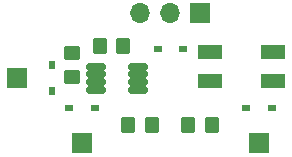
<source format=gbr>
%TF.GenerationSoftware,KiCad,Pcbnew,7.0.9*%
%TF.CreationDate,2024-02-15T17:21:18-06:00*%
%TF.ProjectId,MUX,4d55582e-6b69-4636-9164-5f7063625858,rev?*%
%TF.SameCoordinates,Original*%
%TF.FileFunction,Soldermask,Top*%
%TF.FilePolarity,Negative*%
%FSLAX46Y46*%
G04 Gerber Fmt 4.6, Leading zero omitted, Abs format (unit mm)*
G04 Created by KiCad (PCBNEW 7.0.9) date 2024-02-15 17:21:18*
%MOMM*%
%LPD*%
G01*
G04 APERTURE LIST*
G04 Aperture macros list*
%AMRoundRect*
0 Rectangle with rounded corners*
0 $1 Rounding radius*
0 $2 $3 $4 $5 $6 $7 $8 $9 X,Y pos of 4 corners*
0 Add a 4 corners polygon primitive as box body*
4,1,4,$2,$3,$4,$5,$6,$7,$8,$9,$2,$3,0*
0 Add four circle primitives for the rounded corners*
1,1,$1+$1,$2,$3*
1,1,$1+$1,$4,$5*
1,1,$1+$1,$6,$7*
1,1,$1+$1,$8,$9*
0 Add four rect primitives between the rounded corners*
20,1,$1+$1,$2,$3,$4,$5,0*
20,1,$1+$1,$4,$5,$6,$7,0*
20,1,$1+$1,$6,$7,$8,$9,0*
20,1,$1+$1,$8,$9,$2,$3,0*%
G04 Aperture macros list end*
%ADD10RoundRect,0.250000X0.350000X0.450000X-0.350000X0.450000X-0.350000X-0.450000X0.350000X-0.450000X0*%
%ADD11R,0.609600X0.660400*%
%ADD12R,0.660400X0.609600*%
%ADD13RoundRect,0.250000X-0.350000X-0.450000X0.350000X-0.450000X0.350000X0.450000X-0.350000X0.450000X0*%
%ADD14R,1.700000X1.700000*%
%ADD15O,1.700000X1.700000*%
%ADD16RoundRect,0.102000X-0.937500X-0.525000X0.937500X-0.525000X0.937500X0.525000X-0.937500X0.525000X0*%
%ADD17RoundRect,0.102000X0.937500X0.525000X-0.937500X0.525000X-0.937500X-0.525000X0.937500X-0.525000X0*%
%ADD18RoundRect,0.122000X0.690000X0.180000X-0.690000X0.180000X-0.690000X-0.180000X0.690000X-0.180000X0*%
%ADD19RoundRect,0.250000X0.450000X-0.350000X0.450000X0.350000X-0.450000X0.350000X-0.450000X-0.350000X0*%
G04 APERTURE END LIST*
D10*
%TO.C,R3*%
X151000000Y-84800000D03*
X149000000Y-84800000D03*
%TD*%
D11*
%TO.C,LED4*%
X145000000Y-86420500D03*
X145000000Y-88579500D03*
%TD*%
D12*
%TO.C,LED1*%
X148579500Y-90000000D03*
X146420500Y-90000000D03*
%TD*%
D13*
%TO.C,R1*%
X151400000Y-91440000D03*
X153400000Y-91440000D03*
%TD*%
D10*
%TO.C,R2*%
X158480000Y-91440000D03*
X156480000Y-91440000D03*
%TD*%
D12*
%TO.C,LED2*%
X161420500Y-90000000D03*
X163579500Y-90000000D03*
%TD*%
D14*
%TO.C,J1*%
X147500000Y-93000000D03*
%TD*%
D12*
%TO.C,LED3*%
X153920500Y-85000000D03*
X156079500Y-85000000D03*
%TD*%
D14*
%TO.C,J2*%
X162500000Y-93000000D03*
%TD*%
%TO.C,J3*%
X157500000Y-82000000D03*
D15*
X154960000Y-82000000D03*
X152420000Y-82000000D03*
%TD*%
D16*
%TO.C,D1*%
X158337500Y-85250000D03*
D17*
X163662500Y-85250000D03*
D16*
X158337500Y-87750000D03*
D17*
X163662500Y-87750000D03*
%TD*%
D14*
%TO.C,J6*%
X142000000Y-87500000D03*
%TD*%
D18*
%TO.C,U1*%
X152270000Y-88475000D03*
X152270000Y-87825000D03*
X152270000Y-87175000D03*
X152270000Y-86525000D03*
X148730000Y-86525000D03*
X148730000Y-87175000D03*
X148730000Y-87825000D03*
X148730000Y-88475000D03*
%TD*%
D19*
%TO.C,R4*%
X146650000Y-87360000D03*
X146650000Y-85360000D03*
%TD*%
M02*

</source>
